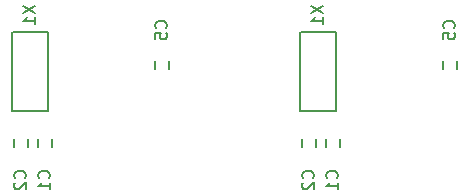
<source format=gbo>
G04 #@! TF.FileFunction,Legend,Bot*
%FSLAX46Y46*%
G04 Gerber Fmt 4.6, Leading zero omitted, Abs format (unit mm)*
G04 Created by KiCad (PCBNEW 4.0.2+dfsg1-stable) date So 12. marec 2016, 22:26:04 CET*
%MOMM*%
G01*
G04 APERTURE LIST*
%ADD10C,0.100000*%
%ADD11C,0.150000*%
G04 APERTURE END LIST*
D10*
D11*
X137315500Y-125191000D02*
X137315500Y-124491000D01*
X136115500Y-124491000D02*
X136115500Y-125191000D01*
X135220000Y-125191000D02*
X135220000Y-124491000D01*
X134020000Y-124491000D02*
X134020000Y-125191000D01*
X147158000Y-118587000D02*
X147158000Y-117887000D01*
X145958000Y-117887000D02*
X145958000Y-118587000D01*
X136945500Y-122158500D02*
X136945500Y-115458500D01*
X133895500Y-115458500D02*
X133895500Y-122158500D01*
X133895500Y-122158500D02*
X136895500Y-122158500D01*
X136945500Y-115458500D02*
X133945500Y-115458500D01*
X137315500Y-125191000D02*
X137315500Y-124491000D01*
X136115500Y-124491000D02*
X136115500Y-125191000D01*
X135220000Y-125191000D02*
X135220000Y-124491000D01*
X134020000Y-124491000D02*
X134020000Y-125191000D01*
X147158000Y-118587000D02*
X147158000Y-117887000D01*
X145958000Y-117887000D02*
X145958000Y-118587000D01*
X136945500Y-122158500D02*
X136945500Y-115458500D01*
X133895500Y-115458500D02*
X133895500Y-122158500D01*
X133895500Y-122158500D02*
X136895500Y-122158500D01*
X136945500Y-115458500D02*
X133945500Y-115458500D01*
X161699500Y-125191000D02*
X161699500Y-124491000D01*
X160499500Y-124491000D02*
X160499500Y-125191000D01*
X159604000Y-125191000D02*
X159604000Y-124491000D01*
X158404000Y-124491000D02*
X158404000Y-125191000D01*
X171542000Y-118587000D02*
X171542000Y-117887000D01*
X170342000Y-117887000D02*
X170342000Y-118587000D01*
X161329500Y-122158500D02*
X161329500Y-115458500D01*
X158279500Y-115458500D02*
X158279500Y-122158500D01*
X158279500Y-122158500D02*
X161279500Y-122158500D01*
X161329500Y-115458500D02*
X158329500Y-115458500D01*
X137009143Y-127849334D02*
X137056762Y-127801715D01*
X137104381Y-127658858D01*
X137104381Y-127563620D01*
X137056762Y-127420762D01*
X136961524Y-127325524D01*
X136866286Y-127277905D01*
X136675810Y-127230286D01*
X136532952Y-127230286D01*
X136342476Y-127277905D01*
X136247238Y-127325524D01*
X136152000Y-127420762D01*
X136104381Y-127563620D01*
X136104381Y-127658858D01*
X136152000Y-127801715D01*
X136199619Y-127849334D01*
X137104381Y-128801715D02*
X137104381Y-128230286D01*
X137104381Y-128516000D02*
X136104381Y-128516000D01*
X136247238Y-128420762D01*
X136342476Y-128325524D01*
X136390095Y-128230286D01*
X134977143Y-127849334D02*
X135024762Y-127801715D01*
X135072381Y-127658858D01*
X135072381Y-127563620D01*
X135024762Y-127420762D01*
X134929524Y-127325524D01*
X134834286Y-127277905D01*
X134643810Y-127230286D01*
X134500952Y-127230286D01*
X134310476Y-127277905D01*
X134215238Y-127325524D01*
X134120000Y-127420762D01*
X134072381Y-127563620D01*
X134072381Y-127658858D01*
X134120000Y-127801715D01*
X134167619Y-127849334D01*
X134167619Y-128230286D02*
X134120000Y-128277905D01*
X134072381Y-128373143D01*
X134072381Y-128611239D01*
X134120000Y-128706477D01*
X134167619Y-128754096D01*
X134262857Y-128801715D01*
X134358095Y-128801715D01*
X134500952Y-128754096D01*
X135072381Y-128182667D01*
X135072381Y-128801715D01*
X146915143Y-115149334D02*
X146962762Y-115101715D01*
X147010381Y-114958858D01*
X147010381Y-114863620D01*
X146962762Y-114720762D01*
X146867524Y-114625524D01*
X146772286Y-114577905D01*
X146581810Y-114530286D01*
X146438952Y-114530286D01*
X146248476Y-114577905D01*
X146153238Y-114625524D01*
X146058000Y-114720762D01*
X146010381Y-114863620D01*
X146010381Y-114958858D01*
X146058000Y-115101715D01*
X146105619Y-115149334D01*
X146010381Y-116054096D02*
X146010381Y-115577905D01*
X146486571Y-115530286D01*
X146438952Y-115577905D01*
X146391333Y-115673143D01*
X146391333Y-115911239D01*
X146438952Y-116006477D01*
X146486571Y-116054096D01*
X146581810Y-116101715D01*
X146819905Y-116101715D01*
X146915143Y-116054096D01*
X146962762Y-116006477D01*
X147010381Y-115911239D01*
X147010381Y-115673143D01*
X146962762Y-115577905D01*
X146915143Y-115530286D01*
X134834381Y-113236476D02*
X135834381Y-113903143D01*
X134834381Y-113903143D02*
X135834381Y-113236476D01*
X135834381Y-114807905D02*
X135834381Y-114236476D01*
X135834381Y-114522190D02*
X134834381Y-114522190D01*
X134977238Y-114426952D01*
X135072476Y-114331714D01*
X135120095Y-114236476D01*
X137009143Y-127849334D02*
X137056762Y-127801715D01*
X137104381Y-127658858D01*
X137104381Y-127563620D01*
X137056762Y-127420762D01*
X136961524Y-127325524D01*
X136866286Y-127277905D01*
X136675810Y-127230286D01*
X136532952Y-127230286D01*
X136342476Y-127277905D01*
X136247238Y-127325524D01*
X136152000Y-127420762D01*
X136104381Y-127563620D01*
X136104381Y-127658858D01*
X136152000Y-127801715D01*
X136199619Y-127849334D01*
X137104381Y-128801715D02*
X137104381Y-128230286D01*
X137104381Y-128516000D02*
X136104381Y-128516000D01*
X136247238Y-128420762D01*
X136342476Y-128325524D01*
X136390095Y-128230286D01*
X134977143Y-127849334D02*
X135024762Y-127801715D01*
X135072381Y-127658858D01*
X135072381Y-127563620D01*
X135024762Y-127420762D01*
X134929524Y-127325524D01*
X134834286Y-127277905D01*
X134643810Y-127230286D01*
X134500952Y-127230286D01*
X134310476Y-127277905D01*
X134215238Y-127325524D01*
X134120000Y-127420762D01*
X134072381Y-127563620D01*
X134072381Y-127658858D01*
X134120000Y-127801715D01*
X134167619Y-127849334D01*
X134167619Y-128230286D02*
X134120000Y-128277905D01*
X134072381Y-128373143D01*
X134072381Y-128611239D01*
X134120000Y-128706477D01*
X134167619Y-128754096D01*
X134262857Y-128801715D01*
X134358095Y-128801715D01*
X134500952Y-128754096D01*
X135072381Y-128182667D01*
X135072381Y-128801715D01*
X146915143Y-115149334D02*
X146962762Y-115101715D01*
X147010381Y-114958858D01*
X147010381Y-114863620D01*
X146962762Y-114720762D01*
X146867524Y-114625524D01*
X146772286Y-114577905D01*
X146581810Y-114530286D01*
X146438952Y-114530286D01*
X146248476Y-114577905D01*
X146153238Y-114625524D01*
X146058000Y-114720762D01*
X146010381Y-114863620D01*
X146010381Y-114958858D01*
X146058000Y-115101715D01*
X146105619Y-115149334D01*
X146010381Y-116054096D02*
X146010381Y-115577905D01*
X146486571Y-115530286D01*
X146438952Y-115577905D01*
X146391333Y-115673143D01*
X146391333Y-115911239D01*
X146438952Y-116006477D01*
X146486571Y-116054096D01*
X146581810Y-116101715D01*
X146819905Y-116101715D01*
X146915143Y-116054096D01*
X146962762Y-116006477D01*
X147010381Y-115911239D01*
X147010381Y-115673143D01*
X146962762Y-115577905D01*
X146915143Y-115530286D01*
X134834381Y-113236476D02*
X135834381Y-113903143D01*
X134834381Y-113903143D02*
X135834381Y-113236476D01*
X135834381Y-114807905D02*
X135834381Y-114236476D01*
X135834381Y-114522190D02*
X134834381Y-114522190D01*
X134977238Y-114426952D01*
X135072476Y-114331714D01*
X135120095Y-114236476D01*
X161393143Y-127849334D02*
X161440762Y-127801715D01*
X161488381Y-127658858D01*
X161488381Y-127563620D01*
X161440762Y-127420762D01*
X161345524Y-127325524D01*
X161250286Y-127277905D01*
X161059810Y-127230286D01*
X160916952Y-127230286D01*
X160726476Y-127277905D01*
X160631238Y-127325524D01*
X160536000Y-127420762D01*
X160488381Y-127563620D01*
X160488381Y-127658858D01*
X160536000Y-127801715D01*
X160583619Y-127849334D01*
X161488381Y-128801715D02*
X161488381Y-128230286D01*
X161488381Y-128516000D02*
X160488381Y-128516000D01*
X160631238Y-128420762D01*
X160726476Y-128325524D01*
X160774095Y-128230286D01*
X159361143Y-127849334D02*
X159408762Y-127801715D01*
X159456381Y-127658858D01*
X159456381Y-127563620D01*
X159408762Y-127420762D01*
X159313524Y-127325524D01*
X159218286Y-127277905D01*
X159027810Y-127230286D01*
X158884952Y-127230286D01*
X158694476Y-127277905D01*
X158599238Y-127325524D01*
X158504000Y-127420762D01*
X158456381Y-127563620D01*
X158456381Y-127658858D01*
X158504000Y-127801715D01*
X158551619Y-127849334D01*
X158551619Y-128230286D02*
X158504000Y-128277905D01*
X158456381Y-128373143D01*
X158456381Y-128611239D01*
X158504000Y-128706477D01*
X158551619Y-128754096D01*
X158646857Y-128801715D01*
X158742095Y-128801715D01*
X158884952Y-128754096D01*
X159456381Y-128182667D01*
X159456381Y-128801715D01*
X171299143Y-115149334D02*
X171346762Y-115101715D01*
X171394381Y-114958858D01*
X171394381Y-114863620D01*
X171346762Y-114720762D01*
X171251524Y-114625524D01*
X171156286Y-114577905D01*
X170965810Y-114530286D01*
X170822952Y-114530286D01*
X170632476Y-114577905D01*
X170537238Y-114625524D01*
X170442000Y-114720762D01*
X170394381Y-114863620D01*
X170394381Y-114958858D01*
X170442000Y-115101715D01*
X170489619Y-115149334D01*
X170394381Y-116054096D02*
X170394381Y-115577905D01*
X170870571Y-115530286D01*
X170822952Y-115577905D01*
X170775333Y-115673143D01*
X170775333Y-115911239D01*
X170822952Y-116006477D01*
X170870571Y-116054096D01*
X170965810Y-116101715D01*
X171203905Y-116101715D01*
X171299143Y-116054096D01*
X171346762Y-116006477D01*
X171394381Y-115911239D01*
X171394381Y-115673143D01*
X171346762Y-115577905D01*
X171299143Y-115530286D01*
X159218381Y-113236476D02*
X160218381Y-113903143D01*
X159218381Y-113903143D02*
X160218381Y-113236476D01*
X160218381Y-114807905D02*
X160218381Y-114236476D01*
X160218381Y-114522190D02*
X159218381Y-114522190D01*
X159361238Y-114426952D01*
X159456476Y-114331714D01*
X159504095Y-114236476D01*
M02*

</source>
